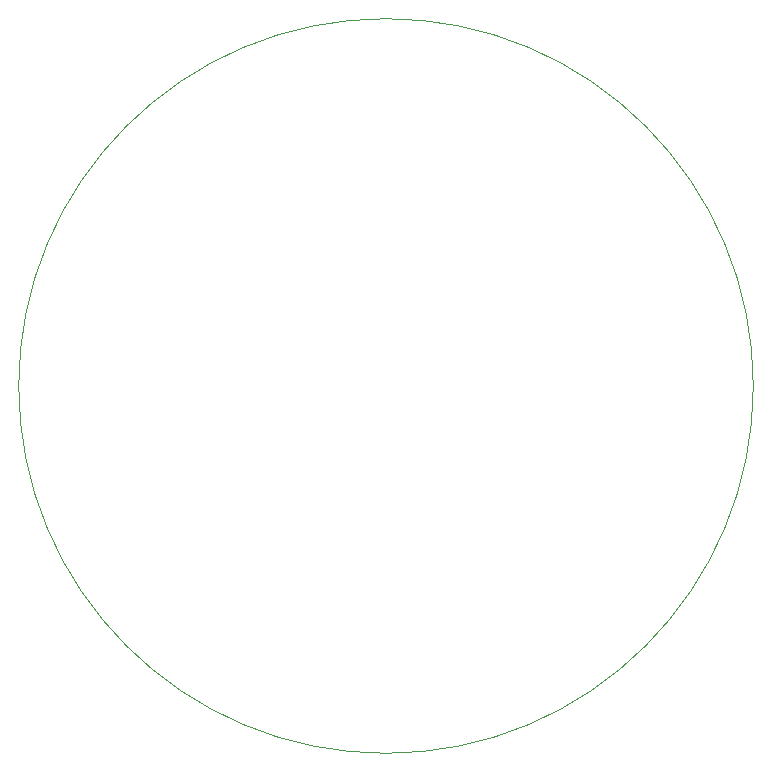
<source format=gbr>
%TF.GenerationSoftware,KiCad,Pcbnew,9.0.7*%
%TF.CreationDate,2026-01-28T16:33:08-08:00*%
%TF.ProjectId,speed-sensor-PCB,73706565-642d-4736-956e-736f722d5043,rev?*%
%TF.SameCoordinates,Original*%
%TF.FileFunction,Profile,NP*%
%FSLAX46Y46*%
G04 Gerber Fmt 4.6, Leading zero omitted, Abs format (unit mm)*
G04 Created by KiCad (PCBNEW 9.0.7) date 2026-01-28 16:33:08*
%MOMM*%
%LPD*%
G01*
G04 APERTURE LIST*
%TA.AperFunction,Profile*%
%ADD10C,0.050000*%
%TD*%
G04 APERTURE END LIST*
D10*
X131100000Y-100000000D02*
G75*
G02*
X68900000Y-100000000I-31100000J0D01*
G01*
X68900000Y-100000000D02*
G75*
G02*
X131100000Y-100000000I31100000J0D01*
G01*
M02*

</source>
